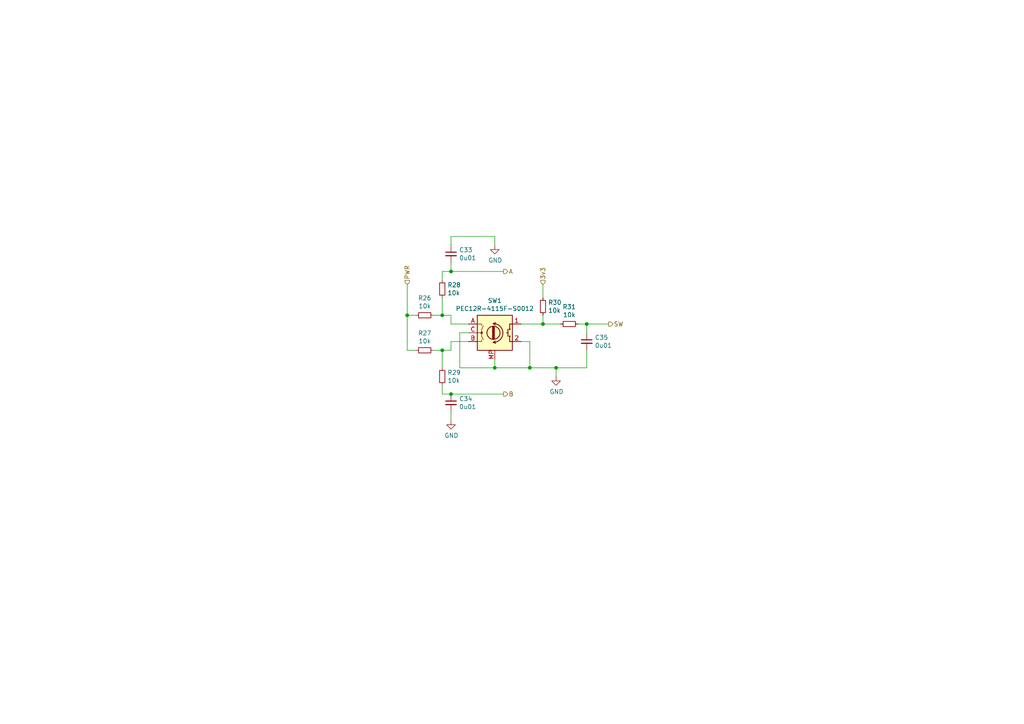
<source format=kicad_sch>
(kicad_sch (version 20211123) (generator eeschema)
  (paper "A4")
  (title_block (title "Musical Doorbell") (date "2022-01-11") (rev "A") (company "Michael Lazernik"))
  (lib_symbols
    (symbol "Doorbell_Capacitor:C_Small" (pin_numbers hide) (pin_names (offset 0.254) hide)
      (property "Reference" "C" (at 0.254 1.778 0))
      (property "Value" "C_Small" (at 0.254 -2.032 0))
      (symbol "C_Small_0_1"
        (polyline (pts (xy -1.524 -0.508) (xy 1.524 -0.508)) (stroke (width 0.3302)))
        (polyline (pts (xy -1.524 0.508) (xy 1.524 0.508)) (stroke (width 0.3048)))
      )
      (symbol "C_Small_1_1"
        (pin passive line (at 0 2.54 270) (length 2.032) (name "~") (number "1"))
        (pin passive line (at 0 -2.54 90) (length 2.032) (name "~") (number "2"))
      )
    )
    (symbol "Doorbell_Encoder:PEC12R-4115F-S0012" (pin_names (offset 0.254) hide)
      (property "Reference" "SW" (at 0 8.89 0))
      (property "Value" "PEC12R-4115F-S0012" (at 0 6.35 0))
      (symbol "PEC12R-4115F-S0012_0_1"
        (rectangle (start -5.08 5.08) (end 5.08 -5.08) (stroke (width 0.254)) (fill (type background)))
        (circle (center -3.81 0) (radius 0.254) (fill (type outline)))
        (arc (start -0.381 -2.794) (mid 2.3622 -0.0635) (end -0.381 2.667) (stroke (width 0.254)))
        (circle (center -0.381 0) (radius 1.905) (stroke (width 0.254)))
        (polyline (pts (xy -0.635 -1.778) (xy -0.635 1.778)) (stroke (width 0.254)))
        (polyline (pts (xy -0.381 -1.778) (xy -0.381 1.778)) (stroke (width 0.254)))
        (polyline (pts (xy -0.127 1.778) (xy -0.127 -1.778)) (stroke (width 0.254)))
        (polyline (pts (xy 3.81 0) (xy 3.429 0)) (stroke (width 0.254)))
        (polyline (pts (xy 3.81 1.016) (xy 3.81 -1.016)) (stroke (width 0.254)))
        (polyline (pts (xy -5.08 -2.54) (xy -3.81 -2.54) (xy -3.81 -2.032)))
        (polyline (pts (xy -5.08 2.54) (xy -3.81 2.54) (xy -3.81 2.032)))
        (polyline (pts (xy 0.254 -3.048) (xy -0.508 -2.794) (xy 0.127 -2.413)) (stroke (width 0.254)))
        (polyline (pts (xy 0.254 2.921) (xy -0.508 2.667) (xy 0.127 2.286)) (stroke (width 0.254)))
        (polyline (pts (xy 5.08 -2.54) (xy 4.318 -2.54) (xy 4.318 -1.016)) (stroke (width 0.254)))
        (polyline (pts (xy 5.08 2.54) (xy 4.318 2.54) (xy 4.318 1.016)) (stroke (width 0.254)))
        (polyline (pts (xy -5.08 0) (xy -3.81 0) (xy -3.81 -1.016) (xy -3.302 -2.032)))
        (polyline (pts (xy -4.318 0) (xy -3.81 0) (xy -3.81 1.016) (xy -3.302 2.032)))
        (circle (center 4.318 -1.016) (radius 0.127) (stroke (width 0.254)))
        (circle (center 4.318 1.016) (radius 0.127) (stroke (width 0.254)))
      )
      (symbol "PEC12R-4115F-S0012_1_1"
        (pin passive line (at 7.62 2.54 180) (length 2.54) (name "1") (number "1"))
        (pin passive line (at 7.62 -2.54 180) (length 2.54) (name "2") (number "2"))
        (pin passive line (at -7.62 2.54 0) (length 2.54) (name "A") (number "A"))
        (pin passive line (at -7.62 -2.54 0) (length 2.54) (name "B") (number "B"))
        (pin passive line (at -7.62 0 0) (length 2.54) (name "C") (number "C"))
        (pin passive line (at 0 -7.62 90) (length 2.54) (name "MP") (number "MP"))
      )
    )
    (symbol "Doorbell_Power:GND" (power) (pin_names (offset 0))
      (property "Value" "GND" (at 0 -3.81 0))
      (symbol "GND_0_1"
        (polyline (pts (xy 0 0) (xy 0 -1.27) (xy 1.27 -1.27) (xy 0 -2.54) (xy -1.27 -1.27) (xy 0 -1.27)))
      )
      (symbol "GND_1_1"
        (pin power_in line (at 0 0 270) (length 0) hide (name "GND") (number "1"))
      )
    )
    (symbol "Doorbell_Resistor:R_Small" (pin_numbers hide) (pin_names (offset 0.254) hide)
      (property "Reference" "R" (at 0.762 0.508 0))
      (property "Value" "R_Small" (at 0.762 -1.016 0))
      (symbol "R_Small_0_1"
        (rectangle (start -0.762 1.778) (end 0.762 -1.778) (stroke (width 0.2032)))
      )
      (symbol "R_Small_1_1"
        (pin passive line (at 0 2.54 270) (length 0.762) (name "~") (number "1"))
        (pin passive line (at 0 -2.54 90) (length 0.762) (name "~") (number "2"))
      )
    )
  )
  (junction (at 118.11 91.44))
  (junction (at 161.29 106.68))
  (junction (at 130.81 114.3))
  (junction (at 128.27 91.44))
  (junction (at 170.18 93.98))
  (junction (at 128.27 101.6))
  (junction (at 157.48 93.98))
  (junction (at 130.81 78.74))
  (junction (at 153.67 106.68))
  (junction (at 143.51 106.68))
  (wire (pts (xy 128.27 81.28) (xy 128.27 78.74)))
  (wire (pts (xy 170.18 106.68) (xy 161.29 106.68)))
  (wire (pts (xy 135.89 99.06) (xy 130.81 99.06)))
  (wire (pts (xy 118.11 91.44) (xy 118.11 82.55)))
  (wire (pts (xy 130.81 119.38) (xy 130.81 121.92)))
  (wire (pts (xy 130.81 114.3) (xy 146.05 114.3)))
  (wire (pts (xy 130.81 101.6) (xy 128.27 101.6)))
  (wire (pts (xy 151.13 93.98) (xy 157.48 93.98)))
  (wire (pts (xy 143.51 104.14) (xy 143.51 106.68)))
  (wire (pts (xy 143.51 106.68) (xy 153.67 106.68)))
  (wire (pts (xy 170.18 93.98) (xy 176.53 93.98)))
  (wire (pts (xy 130.81 93.98) (xy 130.81 91.44)))
  (wire (pts (xy 153.67 99.06) (xy 153.67 106.68)))
  (wire (pts (xy 128.27 114.3) (xy 130.81 114.3)))
  (wire (pts (xy 130.81 76.2) (xy 130.81 78.74)))
  (wire (pts (xy 167.64 93.98) (xy 170.18 93.98)))
  (wire (pts (xy 135.89 93.98) (xy 130.81 93.98)))
  (wire (pts (xy 130.81 71.12) (xy 130.81 68.58)))
  (wire (pts (xy 170.18 93.98) (xy 170.18 96.52)))
  (wire (pts (xy 133.35 96.52) (xy 133.35 106.68)))
  (wire (pts (xy 143.51 68.58) (xy 143.51 71.12)))
  (wire (pts (xy 128.27 91.44) (xy 125.73 91.44)))
  (wire (pts (xy 161.29 109.22) (xy 161.29 106.68)))
  (wire (pts (xy 157.48 93.98) (xy 157.48 91.44)))
  (wire (pts (xy 128.27 78.74) (xy 130.81 78.74)))
  (wire (pts (xy 128.27 86.36) (xy 128.27 91.44)))
  (wire (pts (xy 133.35 106.68) (xy 143.51 106.68)))
  (wire (pts (xy 161.29 106.68) (xy 153.67 106.68)))
  (wire (pts (xy 135.89 96.52) (xy 133.35 96.52)))
  (wire (pts (xy 162.56 93.98) (xy 157.48 93.98)))
  (wire (pts (xy 128.27 111.76) (xy 128.27 114.3)))
  (wire (pts (xy 118.11 91.44) (xy 120.65 91.44)))
  (wire (pts (xy 120.65 101.6) (xy 118.11 101.6)))
  (wire (pts (xy 157.48 82.55) (xy 157.48 86.36)))
  (wire (pts (xy 151.13 99.06) (xy 153.67 99.06)))
  (wire (pts (xy 130.81 99.06) (xy 130.81 101.6)))
  (wire (pts (xy 128.27 106.68) (xy 128.27 101.6)))
  (wire (pts (xy 128.27 101.6) (xy 125.73 101.6)))
  (wire (pts (xy 130.81 91.44) (xy 128.27 91.44)))
  (wire (pts (xy 130.81 78.74) (xy 146.05 78.74)))
  (wire (pts (xy 170.18 101.6) (xy 170.18 106.68)))
  (wire (pts (xy 130.81 68.58) (xy 143.51 68.58)))
  (wire (pts (xy 118.11 101.6) (xy 118.11 91.44)))
  (hierarchical_label "B" (shape output) (at 146.05 114.3 0))
  (hierarchical_label "A" (shape output) (at 146.05 78.74 0))
  (hierarchical_label "SW" (shape output) (at 176.53 93.98 0))
  (hierarchical_label "3v3" (shape input) (at 157.48 82.55 90))
  (hierarchical_label "PWR" (shape input) (at 118.11 82.55 90))
  (symbol (lib_id "Doorbell_Encoder:PEC12R-4115F-S0012") (at 143.51 96.52 0) (unit 1)
    (property "Reference" "SW1" (at 143.51 87.1982 0))
    (property "Value" "PEC12R-4115F-S0012" (at 143.51 89.5096 0))
    (property "Footprint" "Encoder:PEC12R-4115F-S0012" (effects hide))
  )
  (symbol (lib_id "Doorbell_Resistor:R_Small") (at 128.27 83.82 0) (unit 1)
    (property "Reference" "R28" (at 129.7686 82.6516 0) (effects (justify left)))
    (property "Value" "10k" (at 129.7686 84.963 0) (effects (justify left)))
    (property "Footprint" "Resistor_SMD:R_0603_1608Metric_Pad0.98x0.95mm_HandSolder" (effects hide))
  )
  (symbol (lib_id "Doorbell_Resistor:R_Small") (at 123.19 101.6 90) (unit 1)
    (property "Reference" "R27" (at 123.19 96.6216 90))
    (property "Value" "10k" (at 123.19 98.933 90))
    (property "Footprint" "Resistor_SMD:R_0603_1608Metric_Pad0.98x0.95mm_HandSolder" (effects hide))
  )
  (symbol (lib_id "Doorbell_Resistor:R_Small") (at 123.19 91.44 270) (unit 1)
    (property "Reference" "R26" (at 123.19 86.4616 90))
    (property "Value" "10k" (at 123.19 88.773 90))
    (property "Footprint" "Resistor_SMD:R_0603_1608Metric_Pad0.98x0.95mm_HandSolder" (effects hide))
  )
  (symbol (lib_id "Doorbell_Resistor:R_Small") (at 128.27 109.22 0) (unit 1)
    (property "Reference" "R29" (at 129.7686 108.0516 0) (effects (justify left)))
    (property "Value" "10k" (at 129.7686 110.363 0) (effects (justify left)))
    (property "Footprint" "Resistor_SMD:R_0603_1608Metric_Pad0.98x0.95mm_HandSolder" (effects hide))
  )
  (symbol (lib_id "Doorbell_Capacitor:C_Small") (at 130.81 116.84 0) (unit 1)
    (property "Reference" "C34" (at 133.1468 115.6716 0) (effects (justify left)))
    (property "Value" "0u01" (at 133.1468 117.983 0) (effects (justify left)))
    (property "Footprint" "Capacitor_SMD:C_0603_1608Metric_Pad1.08x0.95mm_HandSolder" (effects hide))
  )
  (symbol (lib_id "Doorbell_Capacitor:C_Small") (at 130.81 73.66 0) (unit 1)
    (property "Reference" "C33" (at 133.1468 72.4916 0) (effects (justify left)))
    (property "Value" "0u01" (at 133.1468 74.803 0) (effects (justify left)))
    (property "Footprint" "Capacitor_SMD:C_0603_1608Metric_Pad1.08x0.95mm_HandSolder" (effects hide))
  )
  (symbol (lib_id "Doorbell_Power:GND") (at 143.51 71.12 0) (unit 1)
    (property "Reference" "#PWR051" (effects hide))
    (property "Value" "GND" (at 143.637 75.5142 0))
  )
  (symbol (lib_id "Doorbell_Power:GND") (at 130.81 121.92 0) (unit 1)
    (property "Reference" "#PWR050" (effects hide))
    (property "Value" "GND" (at 130.937 126.3142 0))
  )
  (symbol (lib_id "Doorbell_Resistor:R_Small") (at 165.1 93.98 270) (unit 1)
    (property "Reference" "R31" (at 165.1 89.0016 90))
    (property "Value" "10k" (at 165.1 91.313 90))
    (property "Footprint" "Resistor_SMD:R_0603_1608Metric_Pad0.98x0.95mm_HandSolder" (effects hide))
  )
  (symbol (lib_id "Doorbell_Resistor:R_Small") (at 157.48 88.9 0) (unit 1)
    (property "Reference" "R30" (at 158.9786 87.7316 0) (effects (justify left)))
    (property "Value" "10k" (at 158.9786 90.043 0) (effects (justify left)))
    (property "Footprint" "Resistor_SMD:R_0603_1608Metric_Pad0.98x0.95mm_HandSolder" (effects hide))
  )
  (symbol (lib_id "Doorbell_Capacitor:C_Small") (at 170.18 99.06 0) (unit 1)
    (property "Reference" "C35" (at 172.5168 97.8916 0) (effects (justify left)))
    (property "Value" "0u01" (at 172.5168 100.203 0) (effects (justify left)))
    (property "Footprint" "Capacitor_SMD:C_0603_1608Metric_Pad1.08x0.95mm_HandSolder" (effects hide))
  )
  (symbol (lib_id "Doorbell_Power:GND") (at 161.29 109.22 0) (unit 1)
    (property "Reference" "#PWR052" (effects hide))
    (property "Value" "GND" (at 161.417 113.6142 0))
  )
)
</source>
